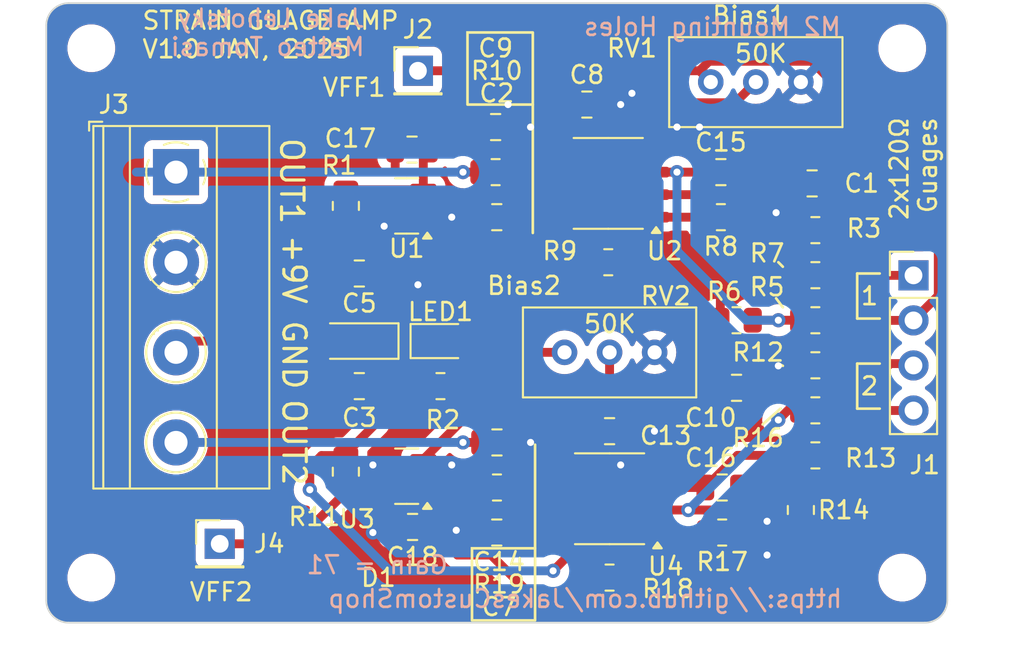
<source format=kicad_pcb>
(kicad_pcb (version 20240108) (generator "pcbnew") (generator_version "8.0")
  (layers (0 "F.Cu" signal) (31 "B.Cu" signal) (34 "B.Paste" user) (35 "F.Paste" user) (36 "B.SilkS" user "B.Silkscreen") (37 "F.SilkS" user "F.Silkscreen") (38 "B.Mask" user) (39 "F.Mask" user) (44 "Edge.Cuts" user))
  (net 0 "")
  (net 1 "/Amp1/B1")
  (net 2 "GND")
  (net 3 "VCC")
  (net 4 "Net-(U2B-+)")
  (net 5 "/Amp1/OUT")
  (net 6 "/Amp2/B1")
  (net 7 "Net-(U4B-+)")
  (net 8 "/Amp2/OUT")
  (net 9 "+9V")
  (net 10 "Net-(LED1-A)")
  (net 11 "Net-(U2A--)")
  (net 12 "Net-(R8-Pad2)")
  (net 13 "Net-(U2B--)")
  (net 14 "Net-(U4A--)")
  (net 15 "Net-(R17-Pad2)")
  (net 16 "Net-(U4B--)")
  (net 17 "/Amp1/VFF")
  (net 18 "/Amp2/VFF")
  (net 19 "Net-(U2A-+)")
  (net 20 "Net-(U4A-+)")
  (footprint "Capacitor_SMD:C_0805_2012Metric" (layer "F.Cu") (at 198.755 40.64 180)
    (property "Reference" "C2" (at 0 6.985 180) (layer "F.SilkS"))
    (property "Value" "100nF")
    (pad "1" smd roundrect (at -0.95 0 180) (size 1 1.45) (layers "F.Cu" "F.Paste" "F.Mask") (net 17 "/Amp1/VFF"))
    (pad "2" smd roundrect (at 0.95 0 180) (size 1 1.45) (layers "F.Cu" "F.Paste" "F.Mask") (net 2 "GND"))
  )
  (footprint "Capacitor_SMD:C_0805_2012Metric" (layer "F.Cu") (at 191.005 43.815 180)
    (property "Reference" "C5" (at 0 -1.68 180) (layer "F.SilkS"))
    (property "Value" "100nF")
    (pad "1" smd roundrect (at -0.95 0 180) (size 1 1.45) (layers "F.Cu" "F.Paste" "F.Mask") (net 3 "VCC"))
    (pad "2" smd roundrect (at 0.95 0 180) (size 1 1.45) (layers "F.Cu" "F.Paste" "F.Mask") (net 2 "GND"))
  )
  (footprint "Potentiometer_THT:Potentiometer_Bourns_3296W_Vertical" (layer "F.Cu") (at 207.655 48.26)
    (property "Reference" "RV2" (at 0.625 -3.175 0) (layer "F.SilkS"))
    (property "Value" "50k")
    (pad "1" thru_hole circle (at 0 0) (size 1.44 1.44) (drill 0.8) (layers "*.Cu" "*.Mask") (net 2 "GND"))
    (pad "2" thru_hole circle (at -2.54 0) (size 1.44 1.44) (drill 0.8) (layers "*.Cu" "*.Mask") (net 7 "Net-(U4B-+)"))
    (pad "3" thru_hole circle (at -5.08 0) (size 1.44 1.44) (drill 0.8) (layers "*.Cu" "*.Mask") (net 18 "/Amp2/VFF"))
  )
  (footprint "Diode_SMD:D_SOD-123F" (layer "F.Cu") (at 191.005 47.625 180)
    (property "Reference" "D1" (at -1.077 -13.335 180) (layer "F.SilkS"))
    (property "Value" "SM4007PL")
    (pad "1" smd roundrect (at -1.4 0 180) (size 1.1 1.1) (layers "F.Cu" "F.Paste" "F.Mask") (roundrect_rratio 0.2272727273) (net 3 "VCC"))
    (pad "2" smd roundrect (at 1.4 0 180) (size 1.1 1.1) (layers "F.Cu" "F.Paste" "F.Mask") (roundrect_rratio 0.2272727273) (net 9 "+9V"))
  )
  (footprint "Capacitor_SMD:C_0805_2012Metric" (layer "F.Cu") (at 194.0075 58.105 180)
    (property "Reference" "C18" (at 0 -1.68 180) (layer "F.SilkS"))
    (property "Value" "100nF")
    (pad "1" smd roundrect (at -0.95 0 180) (size 1 1.45) (layers "F.Cu" "F.Paste" "F.Mask") (net 18 "/Amp2/VFF"))
    (pad "2" smd roundrect (at 0.95 0 180) (size 1 1.45) (layers "F.Cu" "F.Paste" "F.Mask") (net 2 "GND"))
  )
  (footprint "Resistor_SMD:R_0805_2012Metric" (layer "F.Cu") (at 190.246 40.005 90)
    (property "Reference" "R1" (at 2.286 -0.381 0) (layer "F.SilkS"))
    (property "Value" "120")
    (pad "1" smd roundrect (at -0.9125 0 90) (size 1.025 1.4) (layers "F.Cu" "F.Paste" "F.Mask") (roundrect_rratio 0.243902) (net 3 "VCC"))
    (pad "2" smd roundrect (at 0.9125 0 90) (size 1.025 1.4) (layers "F.Cu" "F.Paste" "F.Mask") (roundrect_rratio 0.243902) (net 17 "/Amp1/VFF"))
  )
  (footprint "MountingHole:MountingHole_2.2mm_M2" (layer "F.Cu") (at 221.615 31.115)
    (property "Reference" "H2" (hide yes))
    (property "Value" "MountingHole")
    (pad "" np_thru_hole circle (at 0 0) (size 2.2 2.2) (drill 2.2) (layers "*.Cu" "*.Mask"))
  )
  (footprint "Resistor_SMD:R_0805_2012Metric" (layer "F.Cu") (at 211.39 40.64 180)
    (property "Reference" "R8" (at 0 -1.65 180) (layer "F.SilkS"))
    (property "Value" "430k")
    (pad "1" smd roundrect (at -0.9125 0 180) (size 1.025 1.4) (layers "F.Cu" "F.Paste" "F.Mask") (roundrect_rratio 0.243902) (net 11 "Net-(U2A--)"))
    (pad "2" smd roundrect (at 0.9125 0 180) (size 1.025 1.4) (layers "F.Cu" "F.Paste" "F.Mask") (roundrect_rratio 0.243902) (net 12 "Net-(R8-Pad2)"))
  )
  (footprint "Resistor_SMD:R_0805_2012Metric" (layer "F.Cu") (at 190.246 54.991 -90)
    (property "Reference" "R11" (at 2.54 1.778 180) (layer "F.SilkS"))
    (property "Value" "120")
    (pad "1" smd roundrect (at -0.9125 0 270) (size 1.025 1.4) (layers "F.Cu" "F.Paste" "F.Mask") (roundrect_rratio 0.243902) (net 3 "VCC"))
    (pad "2" smd roundrect (at 0.9125 0 270) (size 1.025 1.4) (layers "F.Cu" "F.Paste" "F.Mask") (roundrect_rratio 0.243902) (net 18 "/Amp2/VFF"))
  )
  (footprint "Resistor_SMD:R_0805_2012Metric" (layer "F.Cu") (at 198.69 38.1 180)
    (property "Reference" "R10" (at -0.065 5.715 180) (layer "F.SilkS"))
    (property "Value" "430k")
    (pad "1" smd roundrect (at -0.9125 0 180) (size 1.025 1.4) (layers "F.Cu" "F.Paste" "F.Mask") (roundrect_rratio 0.243902) (net 13 "Net-(U2B--)"))
    (pad "2" smd roundrect (at 0.9125 0 180) (size 1.025 1.4) (layers "F.Cu" "F.Paste" "F.Mask") (roundrect_rratio 0.243902) (net 5 "/Amp1/OUT"))
  )
  (footprint "Package_TO_SOT_SMD:SOT-23" (layer "F.Cu") (at 193.675 40.005 180)
    (property "Reference" "U1" (at 0 -2.4 180) (layer "F.SilkS"))
    (property "Value" "TL431DBZ")
    (pad "1" smd roundrect (at -0.9375 -0.95 180) (size 1.475 0.6) (layers "F.Cu" "F.Paste" "F.Mask") (net 17 "/Amp1/VFF"))
    (pad "2" smd roundrect (at -0.9375 0.95 180) (size 1.475 0.6) (layers "F.Cu" "F.Paste" "F.Mask") (net 17 "/Amp1/VFF"))
    (pad "3" smd roundrect (at 0.9375 0 180) (size 1.475 0.6) (layers "F.Cu" "F.Paste" "F.Mask") (net 2 "GND"))
  )
  (footprint "Capacitor_SMD:C_0805_2012Metric" (layer "F.Cu") (at 198.755 58.42 180)
    (property "Reference" "C7" (at -0.127 -4.191 180) (layer "F.SilkS"))
    (property "Value" "100nF")
    (pad "1" smd roundrect (at -0.95 0 180) (size 1 1.45) (layers "F.Cu" "F.Paste" "F.Mask") (net 18 "/Amp2/VFF"))
    (pad "2" smd roundrect (at 0.95 0 180) (size 1 1.45) (layers "F.Cu" "F.Paste" "F.Mask") (net 2 "GND"))
  )
  (footprint "Capacitor_SMD:C_0805_2012Metric" (layer "F.Cu") (at 193.9775 36.83 180)
    (property "Reference" "C17" (at 3.4775 0.635 180) (layer "F.SilkS"))
    (property "Value" "100nF")
    (pad "1" smd roundrect (at -0.95 0 180) (size 1 1.45) (layers "F.Cu" "F.Paste" "F.Mask") (net 17 "/Amp1/VFF"))
    (pad "2" smd roundrect (at 0.95 0 180) (size 1 1.45) (layers "F.Cu" "F.Paste" "F.Mask") (net 2 "GND"))
  )
  (footprint "Package_TO_SOT_SMD:SOT-23" (layer "F.Cu") (at 193.675 55.245 180)
    (property "Reference" "U3" (at 2.794 -2.413 180) (layer "F.SilkS"))
    (property "Value" "TL431DBZ")
    (pad "1" smd roundrect (at -0.9375 -0.95 180) (size 1.475 0.6) (layers "F.Cu" "F.Paste" "F.Mask") (net 18 "/Amp2/VFF"))
    (pad "2" smd roundrect (at -0.9375 0.95 180) (size 1.475 0.6) (layers "F.Cu" "F.Paste" "F.Mask") (net 18 "/Amp2/VFF"))
    (pad "3" smd roundrect (at 0.9375 0 180) (size 1.475 0.6) (layers "F.Cu" "F.Paste" "F.Mask") (net 2 "GND"))
  )
  (footprint "Resistor_SMD:R_0805_2012Metric" (layer "F.Cu") (at 212.2725 46.45 180)
    (property "Reference" "R6" (at 0.6905 1.619 180) (layer "F.SilkS"))
    (property "Value" "120")
    (pad "1" smd roundrect (at -0.9125 0 180) (size 1.025 1.4) (layers "F.Cu" "F.Paste" "F.Mask") (roundrect_rratio 0.243902) (net 19 "Net-(U2A-+)"))
    (pad "2" smd roundrect (at 0.9125 0 180) (size 1.025 1.4) (layers "F.Cu" "F.Paste" "F.Mask") (roundrect_rratio 0.243902) (net 2 "GND"))
  )
  (footprint "Package_SO:SOIC-8_3.9x4.9mm_P1.27mm" (layer "F.Cu") (at 205.04 38.735 180)
    (property "Reference" "U2" (at -3.175 -3.81 180) (layer "F.SilkS"))
    (property "Value" "LM358")
    (pad "1" smd roundrect (at -2.475 -1.905 180) (size 1.95 0.6) (layers "F.Cu" "F.Paste" "F.Mask") (net 12 "Net-(R8-Pad2)"))
    (pad "2" smd roundrect (at -2.475 -0.635 180) (size 1.95 0.6) (layers "F.Cu" "F.Paste" "F.Mask") (net 11 "Net-(U2A--)"))
    (pad "3" smd roundrect (at -2.475 0.635 180) (size 1.95 0.6) (layers "F.Cu" "F.Paste" "F.Mask") (net 19 "Net-(U2A-+)"))
    (pad "4" smd roundrect (at -2.475 1.905 180) (size 1.95 0.6) (layers "F.Cu" "F.Paste" "F.Mask") (net 2 "GND"))
    (pad "5" smd roundrect (at 2.475 1.905 180) (size 1.95 0.6) (layers "F.Cu" "F.Paste" "F.Mask") (net 4 "Net-(U2B-+)"))
    (pad "6" smd roundrect (at 2.475 0.635 180) (size 1.95 0.6) (layers "F.Cu" "F.Paste" "F.Mask") (net 13 "Net-(U2B--)"))
    (pad "7" smd roundrect (at 2.475 -0.635 180) (size 1.95 0.6) (layers "F.Cu" "F.Paste" "F.Mask") (net 5 "/Amp1/OUT"))
    (pad "8" smd roundrect (at 2.475 -1.905 180) (size 1.95 0.6) (layers "F.Cu" "F.Paste" "F.Mask") (net 3 "VCC"))
  )
  (footprint "Connector_PinHeader_2.54mm:PinHeader_1x04_P2.54mm_Vertical" (layer "F.Cu") (at 222.25 43.92)
    (property "Reference" "J1" (at 0.635 10.69 0) (layer "F.SilkS"))
    (property "Value" "Conn_01x04_Pin")
    (pad "1" thru_hole rect (at 0 0) (size 1.7 1.7) (drill 1) (layers "*.Cu" "*.Mask") (net 1 "/Amp1/B1"))
    (pad "2" thru_hole oval (at 0 2.54) (size 1.7 1.7) (drill 1) (layers "*.Cu" "*.Mask") (net 17 "/Amp1/VFF"))
    (pad "3" thru_hole oval (at 0 5.08) (size 1.7 1.7) (drill 1) (layers "*.Cu" "*.Mask") (net 6 "/Amp2/B1"))
    (pad "4" thru_hole oval (at 0 7.62) (size 1.7 1.7) (drill 1) (layers "*.Cu" "*.Mask") (net 18 "/Amp2/VFF"))
  )
  (footprint "Resistor_SMD:R_0805_2012Metric" (layer "F.Cu") (at 198.765 55.88 180)
    (property "Reference" "R19" (at -0.117 -5.461 180) (layer "F.SilkS"))
    (property "Value" "430k")
    (pad "1" smd roundrect (at -0.9125 0 180) (size 1.025 1.4) (layers "F.Cu" "F.Paste" "F.Mask") (roundrect_rratio 0.243902) (net 16 "Net-(U4B--)"))
    (pad "2" smd roundrect (at 0.9125 0 180) (size 1.025 1.4) (layers "F.Cu" "F.Paste" "F.Mask") (roundrect_rratio 0.243902) (net 8 "/Amp2/OUT"))
  )
  (footprint "Capacitor_SMD:C_0805_2012Metric" (layer "F.Cu") (at 198.69 35.56)
    (property "Reference" "C9" (at 0 -4.445 0) (layer "F.SilkS"))
    (property "Value" "C")
    (pad "1" smd roundrect (at -0.95 0) (size 1 1.45) (layers "F.Cu" "F.Paste" "F.Mask") (net 5 "/Amp1/OUT"))
    (pad "2" smd roundrect (at 0.95 0) (size 1 1.45) (layers "F.Cu" "F.Paste" "F.Mask") (net 2 "GND"))
  )
  (footprint "Capacitor_SMD:C_0805_2012Metric" (layer "F.Cu") (at 216.535 38.735)
    (property "Reference" "C1" (at 2.794 0 360) (layer "F.SilkS"))
    (property "Value" "C")
    (pad "1" smd roundrect (at -0.95 0) (size 1 1.45) (layers "F.Cu" "F.Paste" "F.Mask") (net 1 "/Amp1/B1"))
    (pad "2" smd roundrect (at 0.95 0) (size 1 1.45) (layers "F.Cu" "F.Paste" "F.Mask") (net 2 "GND"))
  )
  (footprint "Resistor_SMD:R_0805_2012Metric" (layer "F.Cu") (at 205.115 60.96 180)
    (property "Reference" "R18" (at -3.292 -0.635 180) (layer "F.SilkS"))
    (property "Value" "51k")
    (pad "1" smd roundrect (at -0.9125 0 180) (size 1.025 1.4) (layers "F.Cu" "F.Paste" "F.Mask") (roundrect_rratio 0.243902) (net 15 "Net-(R17-Pad2)"))
    (pad "2" smd roundrect (at 0.9125 0 180) (size 1.025 1.4) (layers "F.Cu" "F.Paste" "F.Mask") (roundrect_rratio 0.243902) (net 16 "Net-(U4B--)"))
  )
  (footprint "Resistor_SMD:R_0805_2012Metric" (layer "F.Cu") (at 216.7175 54.07 180)
    (property "Reference" "R13" (at -3.1195 -0.159 180) (layer "F.SilkS"))
    (property "Value" "120")
    (pad "1" smd roundrect (at -0.9125 0 180) (size 1.025 1.4) (layers "F.Cu" "F.Paste" "F.Mask") (roundrect_rratio 0.243902) (net 18 "/Amp2/VFF"))
    (pad "2" smd roundrect (at 0.9125 0 180) (size 1.025 1.4) (layers "F.Cu" "F.Paste" "F.Mask") (roundrect_rratio 0.243902) (net 20 "Net-(U4A-+)"))
  )
  (footprint "Resistor_SMD:R_0805_2012Metric" (layer "F.Cu") (at 216.7175 46.45 180)
    (property "Reference" "R5" (at 2.7225 1.873 180) (layer "F.SilkS"))
    (property "Value" "120")
    (pad "1" smd roundrect (at -0.9125 0 180) (size 1.025 1.4) (layers "F.Cu" "F.Paste" "F.Mask") (roundrect_rratio 0.243902) (net 17 "/Amp1/VFF"))
    (pad "2" smd roundrect (at 0.9125 0 180) (size 1.025 1.4) (layers "F.Cu" "F.Paste" "F.Mask") (roundrect_rratio 0.243902) (net 19 "Net-(U2A-+)"))
  )
  (footprint "Resistor_SMD:R_0805_2012Metric" (layer "F.Cu") (at 216.7175 43.91 180)
    (property "Reference" "R7" (at 2.7225 1.238 180) (layer "F.SilkS"))
    (property "Value" "51k")
    (pad "1" smd roundrect (at -0.9125 0 180) (size 1.025 1.4) (layers "F.Cu" "F.Paste" "F.Mask") (roundrect_rratio 0.243902) (net 1 "/Amp1/B1"))
    (pad "2" smd roundrect (at 0.9125 0 180) (size 1.025 1.4) (layers "F.Cu" "F.Paste" "F.Mask") (roundrect_rratio 0.243902) (net 11 "Net-(U2A--)"))
  )
  (footprint "MountingHole:MountingHole_2.2mm_M2" (layer "F.Cu") (at 175.895 60.96)
    (property "Reference" "H4" (hide yes))
    (property "Value" "MountingHole")
    (pad "" np_thru_hole circle (at 0 0) (size 2.2 2.2) (drill 2.2) (layers "*.Cu" "*.Mask"))
  )
  (footprint "Connector_PinHeader_2.54mm:PinHeader_1x01_P2.54mm_Vertical" (layer "F.Cu") (at 194.31 32.385)
    (property "Reference" "J2" (at 0 -2.33 0) (layer "F.SilkS"))
    (property "Value" "Conn_01x01_Pin")
    (pad "1" thru_hole rect (at 0 0) (size 1.7 1.7) (drill 1) (layers "*.Cu" "*.Mask") (net 17 "/Amp1/VFF"))
  )
  (footprint "Capacitor_SMD:C_0805_2012Metric" (layer "F.Cu") (at 211.465 55.88)
    (property "Reference" "C16" (at -0.645 -1.68 0) (layer "F.SilkS"))
    (property "Value" "C")
    (pad "1" smd roundrect (at -0.95 0) (size 1 1.45) (layers "F.Cu" "F.Paste" "F.Mask") (net 20 "Net-(U4A-+)"))
    (pad "2" smd roundrect (at 0.95 0) (size 1 1.45) (layers "F.Cu" "F.Paste" "F.Mask") (net 2 "GND"))
  )
  (footprint "MountingHole:MountingHole_2.2mm_M2" (layer "F.Cu") (at 221.615 60.96)
    (property "Reference" "H3" (hide yes))
    (property "Value" "MountingHole")
    (pad "" np_thru_hole circle (at 0 0) (size 2.2 2.2) (drill 2.2) (layers "*.Cu" "*.Mask"))
  )
  (footprint "Resistor_SMD:R_0805_2012Metric" (layer "F.Cu") (at 216.7175 48.99 180)
    (property "Reference" "R12" (at 3.2305 0.73 180) (layer "F.SilkS"))
    (property "Value" "120")
    (pad "1" smd roundrect (at -0.9125 0 180) (size 1.025 1.4) (layers "F.Cu" "F.Paste" "F.Mask") (roundrect_rratio 0.243902) (net 6 "/Amp2/B1"))
    (pad "2" smd roundrect (at 0.9125 0 180) (size 1.025 1.4) (layers "F.Cu" "F.Paste" "F.Mask") (roundrect_rratio 0.243902) (net 2 "GND"))
  )
  (footprint "Resistor_SMD:R_0805_2012Metric" (layer "F.Cu") (at 205.04 43.18 180)
    (property "Reference" "R9" (at 2.729 0.635 180) (layer "F.SilkS"))
    (property "Value" "51k")
    (pad "1" smd roundrect (at -0.9125 0 180) (size 1.025 1.4) (layers "F.Cu" "F.Paste" "F.Mask") (roundrect_rratio 0.243902) (net 12 "Net-(R8-Pad2)"))
    (pad "2" smd roundrect (at 0.9125 0 180) (size 1.025 1.4) (layers "F.Cu" "F.Paste" "F.Mask") (roundrect_rratio 0.243902) (net 13 "Net-(U2B--)"))
  )
  (footprint "Resistor_SMD:R_0805_2012Metric" (layer "F.Cu") (at 195.58 50.165)
    (property "Reference" "R2" (at 0.13 1.905 360) (layer "F.SilkS"))
    (property "Value" "18k")
    (pad "1" smd roundrect (at -0.9125 0) (size 1.025 1.4) (layers "F.Cu" "F.Paste" "F.Mask") (roundrect_rratio 0.243902) (net 3 "VCC"))
    (pad "2" smd roundrect (at 0.9125 0) (size 1.025 1.4) (layers "F.Cu" "F.Paste" "F.Mask") (roundrect_rratio 0.243902) (net 10 "Net-(LED1-A)"))
  )
  (footprint "Resistor_SMD:R_0805_2012Metric" (layer "F.Cu") (at 211.465 58.42 180)
    (property "Reference" "R17" (at 0 -1.65 180) (layer "F.SilkS"))
    (property "Value" "430k")
    (pad "1" smd roundrect (at -0.9125 0 180) (size 1.025 1.4) (layers "F.Cu" "F.Paste" "F.Mask") (roundrect_rratio 0.243902) (net 14 "Net-(U4A--)"))
    (pad "2" smd roundrect (at 0.9125 0 180) (size 1.025 1.4) (layers "F.Cu" "F.Paste" "F.Mask") (roundrect_rratio 0.243902) (net 15 "Net-(R17-Pad2)"))
  )
  (footprint "Capacitor_SMD:C_0805_2012Metric" (layer "F.Cu") (at 191.005 50.165 180)
    (property "Reference" "C3" (at -0.003 -1.778 180) (layer "F.SilkS"))
    (property "Value" "10uF")
    (pad "1" smd roundrect (at -0.95 0 180) (size 1 1.45) (layers "F.Cu" "F.Paste" "F.Mask") (net 3 "VCC"))
    (pad "2" smd roundrect (at 0.95 0 180) (size 1 1.45) (layers "F.Cu" "F.Paste" "F.Mask") (net 2 "GND"))
  )
  (footprint "Resistor_SMD:R_0805_2012Metric" (layer "F.Cu") (at 216.7175 41.37 180)
    (property "Reference" "R3" (at -2.7385 0.095 180) (layer "F.SilkS"))
    (property "Value" "120")
    (pad "1" smd roundrect (at -0.9125 0 180) (size 1.025 1.4) (layers "F.Cu" "F.Paste" "F.Mask") (roundrect_rratio 0.243902) (net 1 "/Amp1/B1"))
    (pad "2" smd roundrect (at 0.9125 0 180) (size 1.025 1.4) (layers "F.Cu" "F.Paste" "F.Mask") (roundrect_rratio 0.243902) (net 2 "GND"))
  )
  (footprint "MountingHole:MountingHole_2.2mm_M2" (layer "F.Cu") (at 175.895 31.115)
    (property "Reference" "H1" (hide yes))
    (property "Value" "MountingHole")
    (pad "" np_thru_hole circle (at 0 0) (size 2.2 2.2) (drill 2.2) (layers "*.Cu" "*.Mask"))
  )
  (footprint "Connector_PinHeader_2.54mm:PinHeader_1x01_P2.54mm_Vertical" (layer "F.Cu") (at 183.134 59.055)
    (property "Reference" "J4" (at 2.794 0 0) (layer "F.SilkS"))
    (property "Value" "Conn_01x01_Pin")
    (pad "1" thru_hole rect (at 0 0) (size 1.7 1.7) (drill 1) (layers "*.Cu" "*.Mask") (net 18 "/Amp2/VFF"))
  )
  (footprint "Package_SO:SOIC-8_3.9x4.9mm_P1.27mm" (layer "F.Cu") (at 205.115 56.515 180)
    (property "Reference" "U4" (at -3.165 -3.81 180) (layer "F.SilkS"))
    (property "Value" "LM358")
    (pad "1" smd roundrect (at -2.475 -1.905 180) (size 1.95 0.6) (layers "F.Cu" "F.Paste" "F.Mask") (net 15 "Net-(R17-Pad2)"))
    (pad "2" smd roundrect (at -2.475 -0.635 180) (size 1.95 0.6) (layers "F.Cu" "F.Paste" "F.Mask") (net 14 "Net-(U4A--)"))
    (pad "3" smd roundrect (at -2.475 0.635 180) (size 1.95 0.6) (layers "F.Cu" "F.Paste" "F.Mask") (net 20 "Net-(U4A-+)"))
    (pad "4" smd roundrect (at -2.475 1.905 180) (size 1.95 0.6) (layers "F.Cu" "F.Paste" "F.Mask") (net 2 "GND"))
    (pad "5" smd roundrect (at 2.475 1.905 180) (size 1.95 0.6) (layers "F.Cu" "F.Paste" "F.Mask") (net 7 "Net-(U4B-+)"))
    (pad "6" smd roundrect (at 2.475 0.635 180) (size 1.95 0.6) (layers "F.Cu" "F.Paste" "F.Mask") (net 16 "Net-(U4B--)"))
    (pad "7" smd roundrect (at 2.475 -0.635 180) (size 1.95 0.6) (layers "F.Cu" "F.Paste" "F.Mask") (net 8 "/Amp2/OUT"))
    (pad "8" smd roundrect (at 2.475 -1.905 180) (size 1.95 0.6) (layers "F.Cu" "F.Paste" "F.Mask") (net 3 "VCC"))
  )
  (footprint "LED_SMD:LED_0805_2012Metric" (layer "F.Cu") (at 195.58 47.625)
    (property "Reference" "LED1" (at 0 -1.65 360) (layer "F.SilkS"))
    (property "Value" "LED")
    (pad "1" smd roundrect (at -0.9375 0) (size 0.975 1.4) (layers "F.Cu" "F.Paste" "F.Mask") (net 2 "GND"))
    (pad "2" smd roundrect (at 0.9375 0) (size 0.975 1.4) (layers "F.Cu" "F.Paste" "F.Mask") (net 10 "Net-(LED1-A)"))
  )
  (footprint "Capacitor_SMD:C_0805_2012Metric" (layer "F.Cu") (at 211.39 38.1)
    (property "Reference" "C15" (at 0 -1.68 0) (layer "F.SilkS"))
    (property "Value" "C")
    (pad "1" smd roundrect (at -0.95 0) (size 1 1.45) (layers "F.Cu" "F.Paste" "F.Mask") (net 19 "Net-(U2A-+)"))
    (pad "2" smd roundrect (at 0.95 0) (size 1 1.45) (layers "F.Cu" "F.Paste" "F.Mask") (net 2 "GND"))
  )
  (footprint "Resistor_SMD:R_0805_2012Metric" (layer "F.Cu") (at 215.9 57.15 -90)
    (property "Reference" "R14" (at 0 -2.413 180) (layer "F.SilkS"))
    (property "Value" "120")
    (pad "1" smd roundrect (at -0.9125 0 270) (size 1.025 1.4) (layers "F.Cu" "F.Paste" "F.Mask") (roundrect_rratio 0.243902) (net 20 "Net-(U4A-+)"))
    (pad "2" smd roundrect (at 0.9125 0 270) (size 1.025 1.4) (layers "F.Cu" "F.Paste" "F.Mask") (roundrect_rratio 0.243902) (net 2 "GND"))
  )
  (footprint "TerminalBlock_Phoenix:TerminalBlock_Phoenix_MKDS-1,5-4-5.08_1x04_P5.08mm_Horizontal" (layer "F.Cu") (at 180.67 38.1 -90)
    (property "Reference" "J3" (at -3.81 3.505 180) (layer "F.SilkS"))
    (property "Value" "Screw_Terminal_01x04")
    (pad "1" thru_hole rect (at 0 0 270) (size 2.6 2.6) (drill 1.3) (layers "*.Cu" "*.Mask") (net 5 "/Amp1/OUT"))
    (pad "2" thru_hole circle (at 5.08 0 270) (size 2.6 2.6) (drill 1.3) (layers "*.Cu" "*.Mask") (net 2 "GND"))
    (pad "3" thru_hole circle (at 10.16 0 270) (size 2.6 2.6) (drill 1.3) (layers "*.Cu" "*.Mask") (net 9 "+9V"))
    (pad "4" thru_hole circle (at 15.24 0 270) (size 2.6 2.6) (drill 1.3) (layers "*.Cu" "*.Mask") (net 8 "/Amp2/OUT"))
  )
  (footprint "Capacitor_SMD:C_0805_2012Metric" (layer "F.Cu") (at 212.2725 50.26 180)
    (property "Reference" "C10" (at 1.4525 -1.68 180) (layer "F.SilkS"))
    (property "Value" "C")
    (pad "1" smd roundrect (at -0.95 0 180) (size 1 1.45) (layers "F.Cu" "F.Paste" "F.Mask") (net 6 "/Amp2/B1"))
    (pad "2" smd roundrect (at 0.95 0 180) (size 1 1.45) (layers "F.Cu" "F.Paste" "F.Mask") (net 2 "GND"))
  )
  (footprint "Capacitor_SMD:C_0805_2012Metric" (layer "F.Cu") (at 205.115 52.705)
    (property "Reference" "C13" (at 3.165 0.254 0) (layer "F.SilkS"))
    (property "Value" "100nF")
    (pad "1" smd roundrect (at -0.95 0) (size 1 1.45) (layers "F.Cu" "F.Paste" "F.Mask") (net 7 "Net-(U4B-+)"))
    (pad "2" smd roundrect (at 0.95 0) (size 1 1.45) (layers "F.Cu" "F.Paste" "F.Mask") (net 2 "GND"))
  )
  (footprint "Capacitor_SMD:C_0805_2012Metric" (layer "F.Cu") (at 198.765 53.34)
    (property "Reference" "C14" (at 0.117 6.731 0) (layer "F.SilkS"))
    (property "Value" "C")
    (pad "1" smd roundrect (at -0.95 0) (size 1 1.45) (layers "F.Cu" "F.Paste" "F.Mask") (net 8 "/Amp2/OUT"))
    (pad "2" smd roundrect (at 0.95 0) (size 1 1.45) (layers "F.Cu" "F.Paste" "F.Mask") (net 2 "GND"))
  )
  (footprint "Capacitor_SMD:C_0805_2012Metric" (layer "F.Cu") (at 203.835 34.29)
    (property "Reference" "C8" (at 0 -1.68 0) (layer "F.SilkS"))
    (property "Value" "100nF")
    (pad "1" smd roundrect (at -0.95 0) (size 1 1.45) (layers "F.Cu" "F.Paste" "F.Mask") (net 4 "Net-(U2B-+)"))
    (pad "2" smd roundrect (at 0.95 0) (size 1 1.45) (layers "F.Cu" "F.Paste" "F.Mask") (net 2 "GND"))
  )
  (footprint "Resistor_SMD:R_0805_2012Metric" (layer "F.Cu") (at 216.7175 51.53 180)
    (property "Reference" "R16" (at 3.2305 -1.556 180) (layer "F.SilkS"))
    (property "Value" "51k")
    (pad "1" smd roundrect (at -0.9125 0 180) (size 1.025 1.4) (layers "F.Cu" "F.Paste" "F.Mask") (roundrect_rratio 0.243902) (net 6 "/Amp2/B1"))
    (pad "2" smd roundrect (at 0.9125 0 180) (size 1.025 1.4) (layers "F.Cu" "F.Paste" "F.Mask") (roundrect_rratio 0.243902) (net 14 "Net-(U4A--)"))
  )
  (footprint "Potentiometer_THT:Potentiometer_Bourns_3296W_Vertical" (layer "F.Cu") (at 215.9 33.02)
    (property "Reference" "RV1" (at -9.525 -1.905 180) (layer "F.SilkS"))
    (property "Value" "50k")
    (pad "1" thru_hole circle (at 0 0) (size 1.44 1.44) (drill 0.8) (layers "*.Cu" "*.Mask") (net 2 "GND"))
    (pad "2" thru_hole circle (at -2.54 0) (size 1.44 1.44) (drill 0.8) (layers "*.Cu" "*.Mask") (net 4 "Net-(U2B-+)"))
    (pad "3" thru_hole circle (at -5.08 0) (size 1.44 1.44) (drill 0.8) (layers "*.Cu" "*.Mask") (net 17 "/Amp1/VFF"))
  )
  (gr_line (start 214.884 49.022) (end 214.63 48.895) (stroke (width 0.15)) (layer "F.SilkS"))
  (gr_rect (start 197.104 30.226) (end 200.787 34.29) (stroke (width 0.15)) (fill none) (layer "F.SilkS"))
  (gr_line (start 219.075 51.435) (end 220.345 51.435) (stroke (width 0.15)) (layer "F.SilkS"))
  (gr_line (start 219.075 48.895) (end 219.075 51.435) (stroke (width 0.15)) (layer "F.SilkS"))
  (gr_line (start 214.884 43.434) (end 214.63 43.18) (stroke (width 0.15)) (layer "F.SilkS"))
  (gr_line (start 214.503 45.212) (end 214.884 45.72) (stroke (width 0.15)) (layer "F.SilkS"))
  (gr_line (start 200.914 59.309) (end 200.914 53.467) (stroke (width 0.15)) (layer "F.SilkS"))
  (gr_line (start 219.075 46.355) (end 220.345 46.355) (stroke (width 0.15)) (layer "F.SilkS"))
  (gr_line (start 219.075 43.815) (end 219.075 46.355) (stroke (width 0.15)) (layer "F.SilkS"))
  (gr_rect (start 197.358 59.309) (end 200.914 63.373) (stroke (width 0.15)) (fill none) (layer "F.SilkS"))
  (gr_line (start 220.345 43.815) (end 219.075 43.815) (stroke (width 0.15)) (layer "F.SilkS"))
  (gr_line (start 200.787 34.29) (end 200.787 41.529) (stroke (width 0.15)) (layer "F.SilkS"))
  (gr_line (start 213.741 52.324) (end 214.757 51.435) (stroke (width 0.15)) (layer "F.SilkS"))
  (gr_line (start 220.345 48.895) (end 219.075 48.895) (stroke (width 0.15)) (layer "F.SilkS"))
  (gr_arc (start 174.625 63.5) (mid 173.726974 63.128026) (end 173.355 62.23) (stroke (width 0.1)) (layer "Edge.Cuts"))
  (gr_arc (start 224.155 62.23) (mid 223.783026 63.128026) (end 222.885 63.5) (stroke (width 0.1)) (layer "Edge.Cuts"))
  (gr_line (start 222.885 63.5) (end 174.625 63.5) (stroke (width 0.1)) (layer "Edge.Cuts"))
  (gr_line (start 224.155 29.845) (end 224.155 62.23) (stroke (width 0.1)) (layer "Edge.Cuts"))
  (gr_arc (start 173.355 29.845) (mid 173.726974 28.946974) (end 174.625 28.575) (stroke (width 0.1)) (layer "Edge.Cuts"))
  (gr_line (start 174.625 28.575) (end 222.885 28.575) (stroke (width 0.1)) (layer "Edge.Cuts"))
  (gr_line (start 173.355 62.23) (end 173.355 29.845) (stroke (width 0.1)) (layer "Edge.Cuts"))
  (gr_arc (start 222.885 28.575) (mid 223.783026 28.946974) (end 224.155 29.845) (stroke (width 0.1)) (layer "Edge.Cuts"))
  (gr_text "M2 Mounting Holes" (at 218.245 30.49 0) (layer "B.SilkS") (effects (font (size 1 1)) (justify left bottom mirror)))
  (gr_text "https://github.com/JakesCustomShop" (at 218.313 62.738 0) (layer "B.SilkS") (effects (font (size 1 1)) (justify left bottom mirror)))
  (gr_text "Jake Lehotsky\nMatteo Tomasi" (at 191.389 31.623 -0) (layer "B.SilkS") (effects (font (size 1 1)) (justify left bottom mirror)))
  (gr_text "Gain = 71" (at 196.088 60.833 0) (layer "B.SilkS") (effects (font (size 1 1)) (justify left bottom mirror)))
  (gr_text "2x120Ω\nGuages" (at 222.25 34.925 90) (layer "F.SilkS") (effects (font (size 1 1)) (justify right)))
  (gr_text "STRAIN GUAGE AMP\nV1.0 JAN, 2025" (at 178.689 31.75 0) (layer "F.SilkS") (effects (font (size 1 1)) (justify left bottom)))
  (gr_text "GND" (at 187.325 46.355 -90) (layer "F.SilkS") (effects (font (size 1.27 1.27) (thickness 0.1778) (bold yes)) (justify left)))
  (gr_text "+9V" (at 187.325 41.529 -90) (layer "F.SilkS") (effects (font (size 1.27 1.27) (thickness 0.1778) (bold yes)) (justify left)))
  (gr_text "50K" (at 212.09 32.004 0) (layer "F.SilkS") (effects (font (size 1 1)) (justify left bottom)))
  (gr_text "2" (at 220.345 50.165 0) (layer "F.SilkS") (effects (font (size 1 1)) (justify right)))
  (gr_text "Bias2" (at 198.12 45.085 0) (layer "F.SilkS") (effects (font (size 1 1)) (justify left bottom)))
  (gr_text "OUT2" (at 187.325 50.8 -90) (layer "F.SilkS") (effects (font (size 1.27 1.27) (thickness 0.1778)) (justify left)))
  (gr_text "VFF1" (at 188.849 33.909 0) (layer "F.SilkS") (effects (font (size 1 1)) (justify left bottom)))
  (gr_text "1" (at 220.345 45.085 0) (layer "F.SilkS") (effects (font (size 1 1)) (justify right)))
  (gr_text "Bias1" (at 210.82 29.845 0) (layer "F.SilkS") (effects (font (size 1 1)) (justify left bottom)))
  (gr_text "OUT1" (at 187.198 36.068 -90) (layer "F.SilkS") (effects (font (size 1.27 1.27) (thickness 0.1778) (bold yes)) (justify left)))
  (gr_text "VFF2" (at 181.356 62.357 -0) (layer "F.SilkS") (effects (font (size 1 1)) (justify left bottom)))
  (gr_text "50K" (at 203.581 47.244 0) (layer "F.SilkS") (effects (font (size 1 1)) (justify left bottom)))
  (segment (start 217.63 41.37) (end 218.2825 41.37) (width 0.5) (layer "F.Cu") (net 1))
  (segment (start 218.22 41.37) (end 215.585 38.735) (width 0.5) (layer "F.Cu") (net 1))
  (segment (start 218.2825 41.37) (end 218.22 41.37) (width 0.5) (layer "F.Cu") (net 1))
  (segment (start 218.2825 41.37) (end 220.8325 43.92) (width 0.5) (layer "F.Cu") (net 1))
  (segment (start 217.63 43.91) (end 220.8225 43.91) (width 0.5) (layer "F.Cu") (net 1))
  (segment (start 220.8225 43.91) (end 220.8325 43.92) (width 0.5) (layer "F.Cu") (net 1))
  (segment (start 222.25 43.92) (end 220.8325 43.92) (width 0.5) (layer "F.Cu") (net 1))
  (segment (start 215.805 41.37) (end 215.805 40.926) (width 0.5) (layer "F.Cu") (net 2))
  (segment (start 197.805 39.817) (end 197.358 39.37) (width 0.5) (layer "F.Cu") (net 2))
  (segment (start 215.805 48.99) (end 215.805 48.292) (width 0.5) (layer "F.Cu") (net 2))
  (segment (start 193.548 47.117) (end 193.421 46.99) (width 0.5) (layer "F.Cu") (net 2))
  (segment (start 212.415 55.88) (end 212.415 56.586) (width 0.5) (layer "F.Cu") (net 2))
  (segment (start 194.056 47.625) (end 193.548 47.117) (width 0.5) (layer "F.Cu") (net 2))
  (segment (start 215.805 40.926) (end 215.265 40.386) (width 0.5) (layer "F.Cu") (net 2))
  (segment (start 193.421 46.99) (end 193.421 46.482) (width 0.5) (layer "F.Cu") (net 2))
  (segment (start 197.358 39.37) (end 196.596 39.37) (width 0.5) (layer "F.Cu") (net 2))
  (segment (start 213.614 57.785) (end 213.995 57.785) (width 0.5) (layer "F.Cu") (net 2))
  (segment (start 197.358 57.404) (end 196.723 57.404) (width 0.5) (layer "F.Cu") (net 2))
  (segment (start 215.265 40.386) (end 214.503 40.386) (width 0.5) (layer "F.Cu") (net 2))
  (segment (start 197.805 57.851) (end 197.358 57.404) (width 0.5) (layer "F.Cu") (net 2))
  (segment (start 194.6425 47.625) (end 194.056 47.625) (width 0.5) (layer "F.Cu") (net 2))
  (segment (start 214.503 40.386) (end 214.884 40.386) (width 0.5) (layer "F.Cu") (net 2))
  (segment (start 215.805 48.292) (end 215.392 47.879) (width 0.5) (layer "F.Cu") (net 2))
  (segment (start 205.74 34.29) (end 206.375 33.655) (width 0.5) (layer "F.Cu") (net 2))
  (segment (start 197.805 58.42) (end 197.805 57.851) (width 0.5) (layer "F.Cu") (net 2))
  (segment (start 215.9 58.0625) (end 215.9 58.928) (width 0.5) (layer "F.Cu") (net 2))
  (segment (start 215.392 47.879) (end 215.011 47.879) (width 0.5) (layer "F.Cu") (net 2))
  (segment (start 197.805 40.64) (end 197.805 39.817) (width 0.5) (layer "F.Cu") (net 2))
  (segment (start 215.9 58.928) (end 215.519 59.309) (width 0.5) (layer "F.Cu") (net 2))
  (segment (start 212.415 56.586) (end 213.614 57.785) (width 0.5) (layer "F.Cu") (net 2))
  (segment (start 204.785 34.29) (end 205.74 34.29) (width 0.5) (layer "F.Cu") (net 2))
  (via (at 208.915 35.56) (size 0.8) (drill 0.4) (layers "F.Cu" "B.Cu") (net 2))
  (via (at 192.405 41.148) (size 0.8) (drill 0.4) (layers "F.Cu" "B.Cu") (net 2))
  (via (at 191.77 58.42) (size 0.8) (drill 0.4) (layers "F.Cu" "B.Cu") (net 2))
  (via (at 196.215 40.64) (size 0.8) (drill 0.4) (layers "F.Cu" "B.Cu") (net 2))
  (via (at 206.375 33.655) (size 0.8) (drill 0.4) (layers "F.Cu" "B.Cu") (net 2))
  (via (at 200.66 35.56) (size 0.8) (drill 0.4) (layers "F.Cu" "B.Cu") (net 2))
  (via (at 199.39 34.29) (size 0.8) (drill 0.4) (layers "F.Cu" "B.Cu") (net 2))
  (via (at 214.63 49.022) (size 0.8) (drill 0.4) (layers "F.Cu" "B.Cu") (net 2))
  (via (at 194.31 44.45) (size 0.8) (drill 0.4) (layers "F.Cu" "B.Cu") (net 2))
  (via (at 191.77 54.61) (size 0.8) (drill 0.4) (layers "F.Cu" "B.Cu") (net 2))
  (via (at 214.503 40.386) (size 0.8) (drill 0.4) (layers "F.Cu" "B.Cu") (net 2))
  (via (at 196.469 58.293) (size 0.8) (drill 0.4) (layers "F.Cu" "B.Cu") (net 2))
  (via (at 205.74 54.61) (size 0.8) (drill 0.4) (layers "F.Cu" "B.Cu") (net 2))
  (via (at 200.66 53.34) (size 0.8) (drill 0.4) (layers "F.Cu" "B.Cu") (net 2))
  (via (at 213.995 57.785) (size 0.8) (drill 0.4) (layers "F.Cu" "B.Cu") (net 2))
  (via (at 205.74 34.29) (size 0.8) (drill 0.4) (layers "F.Cu" "B.Cu") (net 2))
  (via (at 210.185 35.56) (size 0.8) (drill 0.4) (layers "F.Cu" "B.Cu") (net 2))
  (via (at 213.995 59.69) (size 0.8) (drill 0.4) (layers "F.Cu" "B.Cu") (net 2))
  (via (at 196.215 54.61) (size 0.8) (drill 0.4) (layers "F.Cu" "B.Cu") (net 2))
  (via (at 207.645 52.705) (size 0.8) (drill 0.4) (layers "F.Cu" "B.Cu") (net 2))
  (segment (start 191.955 52.26) (end 190.1975 54.0175) (width 0.5) (layer "F.Cu") (net 3))
  (segment (start 190.1675 42.0275) (end 191.955 43.815) (width 0.5) (layer "F.Cu") (net 3))
  (segment (start 188.8725 54.0785) (end 190.246 54.0785) (width 0.5) (layer "F.Cu") (net 3))
  (segment (start 190.1675 40.9175) (end 190.1675 42.0275) (width 0.5) (layer "F.Cu") (net 3))
  (segment (start 191.955 43.815) (end 192.454938 43.315062) (width 0.5) (layer "F.Cu") (net 3))
  (segment (start 202.64 58.42) (end 202.64 59.869) (width 0.5) (layer "F.Cu") (net 3))
  (segment (start 192.405 47.625) (end 192.405 44.265) (width 0.5) (layer "F.Cu") (net 3))
  (segment (start 199.889938 43.315062) (end 202.565 40.64) (width 0.5) (layer "F.Cu") (net 3))
  (segment (start 192.405 44.265) (end 191.955 43.815) (width 0.5) (layer "F.Cu") (net 3))
  (segment (start 194.5375 50.165) (end 191.955 50.165) (width 0.5) (layer "F.Cu") (net 3))
  (segment (start 188.214 54.737) (end 188.8725 54.0785) (width 0.5) (layer "F.Cu") (net 3))
  (segment (start 192.405 49.715) (end 191.955 50.165) (width 0.5) (layer "F.Cu") (net 3))
  (segment (start 202.64 59.869) (end 201.93 60.579) (width 0.5) (layer "F.Cu") (net 3))
  (segment (start 192.454938 43.315062) (end 199.889938 43.315062) (width 0.5) (layer "F.Cu") (net 3))
  (segment (start 192.405 47.625) (end 192.405 49.715) (width 0.5) (layer "F.Cu") (net 3))
  (segment (start 191.955 50.165) (end 191.955 52.26) (width 0.5) (layer "F.Cu") (net 3))
  (segment (start 188.214 56.007) (end 188.214 54.737) (width 0.5) (layer "F.Cu") (net 3))
  (via (at 188.214 56.007) (size 0.8) (drill 0.4) (layers "F.Cu" "B.Cu") (net 3))
  (via (at 201.93 60.579) (size 0.8) (drill 0.4) (layers "F.Cu" "B.Cu") (net 3))
  (segment (start 201.93 60.579) (end 192.726918 60.579) (width 0.5) (layer "B.Cu") (net 3))
  (segment (start 188.214 56.066082) (end 188.214 56.007) (width 0.5) (layer "B.Cu") (net 3))
  (segment (start 192.726918 60.579) (end 188.214 56.066082) (width 0.5) (layer "B.Cu") (net 3))
  (segment (start 202.565 36.83) (end 205.171878 36.83) (width 0.5) (layer "F.Cu") (net 4))
  (segment (start 207.811878 34.19) (end 212.19 34.19) (width 0.5) (layer "F.Cu") (net 4))
  (segment (start 202.885 35.495) (end 202.565 35.815) (width 0.5) (layer "F.Cu") (net 4))
  (segment (start 202.565 35.815) (end 202.565 36.83) (width 0.5) (layer "F.Cu") (net 4))
  (segment (start 202.885 34.29) (end 202.885 35.495) (width 0.5) (layer "F.Cu") (net 4))
  (segment (start 205.171878 36.83) (end 207.811878 34.19) (width 0.5) (layer "F.Cu") (net 4))
  (segment (start 212.19 34.19) (end 213.36 33.02) (width 0.5) (layer "F.Cu") (net 4))
  (segment (start 202.565 39.37) (end 199.0475 39.37) (width 0.5) (layer "F.Cu") (net 5))
  (segment (start 197.74 38.0625) (end 197.7775 38.1) (width 0.5) (layer "F.Cu") (net 5))
  (segment (start 199.0475 39.37) (end 197.7775 38.1) (width 0.5) (layer "F.Cu") (net 5))
  (segment (start 197.74 35.56) (end 197.74 38.0625) (width 0.5) (layer "F.Cu") (net 5))
  (segment (start 197.7775 38.1) (end 196.85 38.1) (width 0.5) (layer "F.Cu") (net 5))
  (via (at 196.85 38.1) (size 0.8) (drill 0.4) (layers "F.Cu" "B.Cu") (net 5))
  (segment (start 196.85 38.1) (end 178.435 38.1) (width 0.5) (layer "B.Cu") (net 5))
  (segment (start 217.63 51.53) (end 218.3025 51.53) (width 0.5) (layer "F.Cu") (net 6))
  (segment (start 218.3025 51.53) (end 220.8325 49) (width 0.5) (layer "F.Cu") (net 6))
  (segment (start 220.9175 48.895) (end 220.8225 48.99) (width 0.5) (layer "F.Cu") (net 6))
  (segment (start 220.8225 48.99) (end 220.8325 49) (width 0.5) (layer "F.Cu") (net 6))
  (segment (start 216.36 50.26) (end 213.2225 50.26) (width 0.5) (layer "F.Cu") (net 6))
  (segment (start 217.63 51.53) (end 216.36 50.26) (width 0.5) (layer "F.Cu") (net 6))
  (segment (start 222.25 48.895) (end 220.9175 48.895) (width 0.5) (layer "F.Cu") (net 6))
  (segment (start 217.63 48.99) (end 220.8225 48.99) (width 0.5) (layer "F.Cu") (net 6))
  (segment (start 222.25 49) (end 222.25 48.895) (width 0.5) (layer "F.Cu") (net 6))
  (segment (start 202.64 54.23) (end 204.165 52.705) (width 0.5) (layer "F.Cu") (net 7))
  (segment (start 204.165 52.705) (end 205.115 51.755) (width 0.5) (layer "F.Cu") (net 7))
  (segment (start 202.64 54.61) (end 202.64 54.23) (width 0.5) (layer "F.Cu") (net 7))
  (segment (start 205.115 51.755) (end 205.115 48.26) (width 0.5) (layer "F.Cu") (net 7))
  (segment (start 197.815 55.8425) (end 197.8525 55.88) (width 0.5) (layer "F.Cu") (net 8))
  (segment (start 197.815 53.34) (end 196.85 53.34) (width 0.5) (layer "F.Cu") (net 8))
  (segment (start 197.8525 55.88) (end 199.1225 57.15) (width 0.5) (layer "F.Cu") (net 8))
  (segment (start 199.1225 57.15) (end 202.64 57.15) (width 0.5) (layer "F.Cu") (net 8))
  (segment (start 197.815 53.34) (end 197.815 55.8425) (width 0.5) (layer "F.Cu") (net 8))
  (via (at 196.85 53.34) (size 0.8) (drill 0.4) (layers "F.Cu" "B.Cu") (net 8))
  (segment (start 180.67 53.34) (end 196.85 53.34) (width 0.5) (layer "B.Cu") (net 8))
  (segment (start 189.605 47.625) (end 181.305 47.625) (width 0.5) (layer "F.Cu") (net 9))
  (segment (start 181.305 47.625) (end 180.67 48.26) (width 0.5) (layer "F.Cu") (net 9))
  (segment (start 196.4925 47.65) (end 196.5175 47.625) (width 0.5) (layer "F.Cu") (net 10))
  (segment (start 196.4925 50.165) (end 196.4925 47.65) (width 0.5) (layer "F.Cu") (net 10))
  (segment (start 211.0325 39.37) (end 212.3025 40.64) (width 0.5) (layer "F.Cu") (net 11))
  (segment (start 215.805 43.91) (end 215.5725 43.91) (width 0.5) (layer "F.Cu") (net 11))
  (segment (start 215.5725 43.91) (end 212.3025 40.64) (width 0.5) (layer "F.Cu") (net 11))
  (segment (start 207.515 39.37) (end 211.0325 39.37) (width 0.5) (layer "F.Cu") (net 11))
  (segment (start 205.9525 42.2025) (end 207.515 40.64) (width 0.5) (layer "F.Cu") (net 12))
  (segment (start 205.9525 43.18) (end 205.9525 42.2025) (width 0.5) (layer "F.Cu") (net 12))
  (segment (start 210.4775 40.64) (end 207.515 40.64) (width 0.5) (layer "F.Cu") (net 12))
  (segment (start 204.1275 38.687501) (end 203.539999 38.1) (width 0.5) (layer "F.Cu") (net 13))
  (segment (start 204.1275 43.18) (end 204.1275 38.687501) (width 0.5) (layer "F.Cu") (net 13))
  (segment (start 203.539999 38.1) (end 202.565 38.1) (width 0.5) (layer "F.Cu") (net 13))
  (segment (start 199.6025 38.1) (end 202.565 38.1) (width 0.5) (layer "F.Cu") (net 13))
  (segment (start 211.1075 57.15) (end 212.3775 58.42) (width 0.5) (layer "F.Cu") (net 14))
  (segment (start 207.59 57.15) (end 209.55 57.15) (width 0.5) (layer "F.Cu") (net 14))
  (segment (start 209.55 57.15) (end 211.1075 57.15) (width 0.5) (layer "F.Cu") (net 14))
  (segment (start 215.36 51.53) (end 215.805 51.53) (width 0.5) (layer "F.Cu") (net 14))
  (segment (start 215.265 51.435) (end 215.36 51.53) (width 0.5) (layer "F.Cu") (net 14))
  (segment (start 214.63 52.07) (end 215.265 51.435) (width 0.5) (layer "F.Cu") (net 14))
  (via (at 209.55 57.15) (size 0.8) (drill 0.4) (layers "F.Cu" "B.Cu") (net 14))
  (via (at 214.63 52.07) (size 0.8) (drill 0.4) (layers "F.Cu" "B.Cu") (net 14))
  (segment (start 209.55 57.15) (end 214.63 52.07) (width 0.5) (layer "B.Cu") (net 14))
  (segment (start 206.0275 60.96) (end 206.0275 59.9825) (width 0.5) (layer "F.Cu") (net 15))
  (segment (start 206.0275 59.9825) (end 207.59 58.42) (width 0.5) (layer "F.Cu") (net 15))
  (segment (start 207.59 58.42) (end 210.5525 58.42) (width 0.5) (layer "F.Cu") (net 15))
  (segment (start 202.64 55.88) (end 203.614999 55.88) (width 0.5) (layer "F.Cu") (net 16))
  (segment (start 199.6775 55.88) (end 202.64 55.88) (width 0.5) (layer "F.Cu") (net 16))
  (segment (start 204.2025 56.467501) (end 204.2025 60.96) (width 0.5) (layer "F.Cu") (net 16))
  (segment (start 203.614999 55.88) (end 204.2025 56.467501) (width 0.5) (layer "F.Cu") (net 16))
  (segment (start 216.48 45.3) (end 217.63 46.45) (width 0.5) (layer "F.Cu") (net 17))
  (segment (start 194.6125 40.955) (end 195.828122 42.170622) (width 0.5) (layer "F.Cu") (net 17))
  (segment (start 216.508 31.85) (end 223.647 38.989) (width 0.5) (layer "F.Cu") (net 17))
  (segment (start 198.6475 32.385) (end 194.31 32.385) (width 0.5) (layer "F.Cu") (net 17))
  (segment (start 195.828122 42.170622) (end 198.174378 42.170622) (width 0.5) (layer "F.Cu") (net 17))
  (segment (start 210.185 32.385) (end 198.6475 32.385) (width 0.5) (layer "F.Cu") (net 17))
  (segment (start 194.6125 40.955) (end 194.6125 39.055) (width 0.5) (layer "F.Cu") (net 17))
  (segment (start 210.72 31.85) (end 216.508 31.85) (width 0.5) (layer "F.Cu") (net 17))
  (segment (start 217.63 46.45) (end 220.8225 46.45) (width 0.5) (layer "F.Cu") (net 17))
  (segment (start 194.9275 36.83) (end 194.9275 36.105) (width 0.5) (layer "F.Cu") (net 17))
  (segment (start 210.185 32.385) (end 210.72 31.85) (width 0.5) (layer "F.Cu") (net 17))
  (segment (start 210.82 33.02) (end 210.185 32.385) (width 0.5) (layer "F.Cu") (net 17))
  (segment (start 198.174378 42.170622) (end 199.705 40.64) (width 0.5) (layer "F.Cu") (net 17))
  (segment (start 223.647 45.063) (end 222.25 46.46) (width 0.5) (layer "F.Cu") (net 17))
  (segment (start 190.1675 39.0925) (end 194.575 39.0925) (width 0.5) (layer "F.Cu") (net 17))
  (segment (start 194.575 39.0925) (end 194.6125 39.055) (width 0.5) (layer "F.Cu") (net 17))
  (segment (start 220.8325 46.46) (end 222.25 46.46) (width 0.5) (layer "F.Cu") (net 17))
  (segment (start 198.6475 32.385) (end 197.74875 33.28375) (width 0.5) (layer "F.Cu") (net 17))
  (segment (start 194.9275 36.105) (end 197.74875 33.28375) (width 0.5) (layer "F.Cu") (net 17))
  (segment (start 223.647 38.989) (end 223.647 45.063) (width 0.5) (layer "F.Cu") (net 17))
  (segment (start 194.6125 37.145) (end 194.9275 36.83) (width 0.5) (layer "F.Cu") (net 17))
  (segment (start 194.6125 39.055) (end 194.6125 37.145) (width 0.5) (layer "F.Cu") (net 17))
  (segment (start 220.8225 46.45) (end 220.8325 46.46) (width 0.5) (layer "F.Cu") (net 17))
  (segment (start 194.9575 58.105) (end 194.9575 56.54) (width 0.5) (layer "F.Cu") (net 18))
  (segment (start 217.63 54.07) (end 218.3025 54.07) (width 0.5) (layer "F.Cu") (net 18))
  (segment (start 190.246 55.9035) (end 190.246 56.134) (width 0.5) (layer "F.Cu") (net 18))
  (segment (start 194.6125 54.295) (end 194.6125 56.195) (width 0.5) (layer "F.Cu") (net 18))
  (segment (start 194.9575 56.54) (end 194.6125 56.195) (width 0.5) (layer "F.Cu") (net 18))
  (segment (start 214.115 62.11) (end 200.855 62.11) (width 0.5) (layer "F.Cu") (net 18))
  (segment (start 218.3025 54.07) (end 220.8325 51.54) (width 0.5) (layer "F.Cu") (net 18))
  (segment (start 217.63 54.07) (end 217.63 58.595) (width 0.5) (layer "F.Cu") (net 18))
  (segment (start 194.6125 56.195) (end 190.55 56.195) (width 0.5) (layer "F.Cu") (net 18))
  (segment (start 220.8325 51.54) (end 222.25 51.54) (width 0.5) (layer "F.Cu") (net 18))
  (segment (start 190.55 56.195) (end 190.1975 55.8425) (width 0.5) (layer "F.Cu") (net 18))
  (segment (start 196.5425 59.69) (end 194.9575 58.105) (width 0.5) (layer "F.Cu") (net 18))
  (segment (start 200.855 62.11) (end 198.435 59.69) (width 0.5) (layer "F.Cu") (net 18))
  (segment (start 187.325 59.055) (end 183.134 59.055) (width 0.5) (layer "F.Cu") (net 18))
  (segment (start 217.63 58.595) (end 214.115 62.11) (width 0.5) (layer "F.Cu") (net 18))
  (segment (start 190.246 56.134) (end 187.325 59.055) (width 0.5) (layer "F.Cu") (net 18))
  (segment (start 200.6475 48.26) (end 202.575 48.26) (width 0.5) (layer "F.Cu") (net 18))
  (segment (start 198.435 59.69) (end 196.5425 59.69) (width 0.5) (layer "F.Cu") (net 18))
  (segment (start 199.705 58.42) (end 198.435 59.69) (width 0.5) (layer "F.Cu") (net 18))
  (segment (start 194.6125 54.295) (end 200.6475 48.26) (width 0.5) (layer "F.Cu") (net 18))
  (segment (start 210.44 38.1) (end 208.915 38.1) (width 0.5) (layer "F.Cu") (net 19))
  (segment (start 207.515 38.1) (end 208.915 38.1) (width 0.5) (layer "F.Cu") (net 19))
  (segment (start 215.805 46.45) (end 214.63 46.45) (width 0.5) (layer "F.Cu") (net 19))
  (segment (start 214.63 46.45) (end 213.185 46.45) (width 0.5) (layer "F.Cu") (net 19))
  (via (at 208.915 38.1) (size 0.8) (drill 0.4) (layers "F.Cu" "B.Cu") (net 19))
  (via (at 214.63 46.45) (size 0.8) (drill 0.4) (layers "F.Cu" "B.Cu") (net 19))
  (segment (start 212.82 46.45) (end 214.63 46.45) (width 0.5) (layer "B.Cu") (net 19))
  (segment (start 208.915 38.1) (end 208.915 42.545) (width 0.5) (layer "B.Cu") (net 19))
  (segment (start 208.915 42.545) (end 212.82 46.45) (width 0.5) (layer "B.Cu") (net 19))
  (segment (start 215.805 56.1425) (end 215.9 56.2375) (width 0.5) (layer "F.Cu") (net 20))
  (segment (start 207.59 55.88) (end 210.515 55.88) (width 0.5) (layer "F.Cu") (net 20))
  (segment (start 215.805 54.07) (end 215.805 56.1425) (width 0.5) (layer "F.Cu") (net 20))
  (segment (start 212.325 54.07) (end 210.515 55.88) (width 0.5) (layer "F.Cu") (net 20))
  (segment (start 215.805 54.07) (end 212.325 54.07) (width 0.5) (layer "F.Cu") (net 20))
  (zone (net 2) (net_name "GND") (layers "F&B.Cu") (connect_pads (clearance 0.508)) (min_thickness 0.25) (fill yes (thermal_gap 0.5) (thermal_bridge_width 0.5))
    (polygon (pts (xy 224.155 28.575) (xy 173.355 28.575) (xy 173.355 63.5) (xy 224.155 63.5)))
  )
)
</source>
